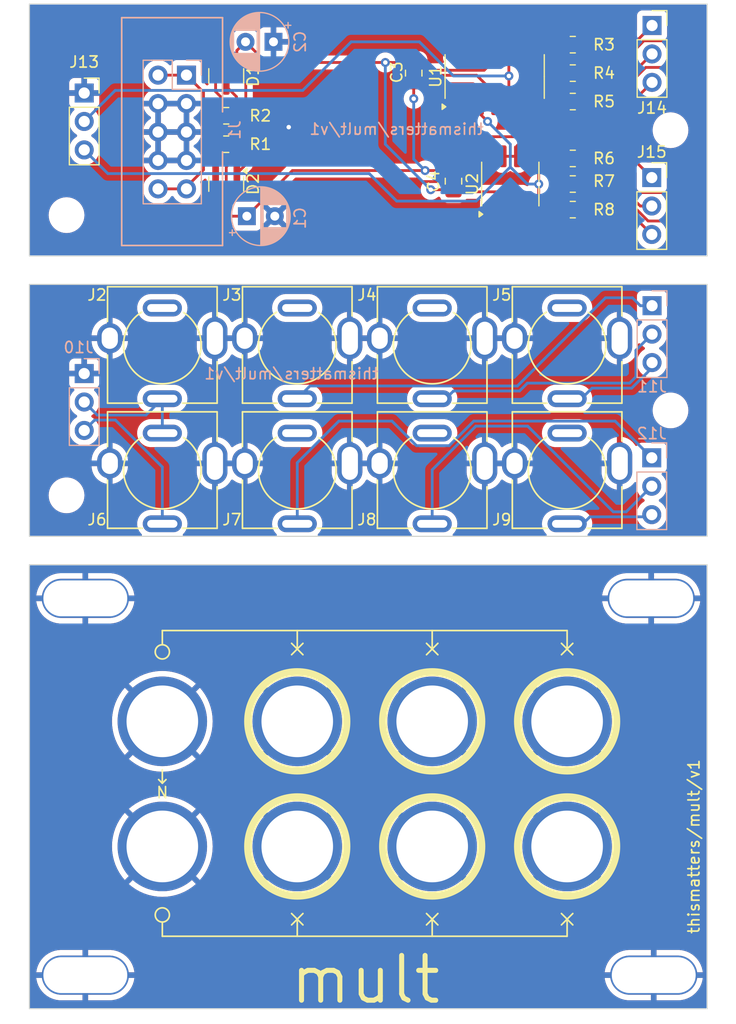
<source format=kicad_pcb>
(kicad_pcb (version 20221018) (generator pcbnew)
  (layers (0 "F.Cu" signal) (31 "B.Cu" signal) (34 "B.Paste" user) (35 "F.Paste" user) (36 "B.SilkS" user "B.Silkscreen") (37 "F.SilkS" user "F.Silkscreen") (38 "B.Mask" user) (39 "F.Mask" user) (44 "Edge.Cuts" user))
  (net 0 "")
  (net 1 "+12V")
  (net 2 "GND")
  (net 3 "-12V")
  (net 4 "Net-(D1-COM)")
  (net 5 "Net-(D2-COM)")
  (net 6 "/FACE")
  (net 7 "Net-(J1-Pin_1)")
  (net 8 "Net-(J1-Pin_10)")
  (net 9 "/IN0")
  (net 11 "/OUT0")
  (net 13 "/OUT1")
  (net 15 "/OUT2")
  (net 17 "/IN1")
  (net 18 "/OUT3")
  (net 20 "/OUT4")
  (net 22 "/OUT5")
  (net 24 "Net-(U1B--)")
  (net 25 "Net-(U1C--)")
  (net 26 "Net-(U1D--)")
  (net 27 "Net-(U2B--)")
  (net 28 "/GND'")
  (net 29 "/IN0'")
  (net 30 "/IN1'")
  (net 31 "/OUT0'")
  (net 32 "/OUT1'")
  (net 33 "/OUT2'")
  (net 34 "/OUT3'")
  (net 35 "/OUT4'")
  (net 36 "/OUT5'")
  (net 37 "Net-(U1A--)")
  (net 38 "Net-(U2A--)")
  (footprint "Resistor_SMD:R_0805_2012Metric" (layer "F.Cu") (at 150.368 84.582)
    (fp_text reference "R8" (at 2.794 0) (layer "F.SilkS"))
    (fp_text value "1K")
    (pad "1" smd roundrect (at -0.9125 0) (size 1.025 1.4) (layers "F.Cu" "F.Paste" "F.Mask") (roundrect_rratio 0.243902) (net 38 "Net-(U2A--)"))
    (pad "2" smd roundrect (at 0.9125 0) (size 1.025 1.4) (layers "F.Cu" "F.Paste" "F.Mask") (roundrect_rratio 0.243902) (net 36 "/OUT5'"))
  )
  (footprint "Resistor_SMD:R_0805_2012Metric" (layer "F.Cu") (at 119.38 76.2 180)
    (fp_text reference "R2" (at -3.048 0) (layer "F.SilkS"))
    (fp_text value "10")
    (pad "1" smd roundrect (at -0.9125 0 180) (size 1.025 1.4) (layers "F.Cu" "F.Paste" "F.Mask") (roundrect_rratio 0.243902) (net 4 "Net-(D1-COM)"))
    (pad "2" smd roundrect (at 0.9125 0 180) (size 1.025 1.4) (layers "F.Cu" "F.Paste" "F.Mask") (roundrect_rratio 0.243902) (net 7 "Net-(J1-Pin_1)"))
  )
  (footprint "Eurorack:AudioJack2_Tayda_A-2566" (layer "F.Cu") (at 125.73 107.844 180)
    (fp_text reference "J7" (at 5.842 -4.424 unlocked) (layer "F.SilkS"))
    (fp_text value "AudioJack2_SwitchT")
    (pad "S" thru_hole oval (at -4.7 0.6 180) (size 2.25 3.75) (drill oval 1.45 2.95) (layers "*.Cu" "*.Mask") (net 28 "/GND'"))
    (pad "S" thru_hole oval (at 4.7 0.6 180) (size 2.25 2.7) (drill oval 1.45 1.9) (layers "*.Cu" "*.Mask") (net 28 "/GND'"))
    (pad "T" thru_hole oval (at 0 -4.8 180) (size 3.5 1.5) (drill oval 2.7 0.7) (layers "*.Cu" "*.Mask") (net 18 "/OUT3"))
    (pad "TN" thru_hole oval (at 0 3.3 180) (size 3.5 1.5) (drill oval 2.7 0.7) (layers "*.Cu" "*.Mask"))
  )
  (footprint "Eurorack:Mech-AudioJack-Hole-Output" (layer "F.Cu") (at 125.73 141.459 180)
    (fp_text reference "H10")
    (fp_text value "out 2" hide)
    (pad "1" thru_hole circle (at 0 0 270) (size 8 8) (drill 6.4) (layers "*.Cu" "*.Mask") (net 6 "/FACE"))
  )
  (footprint "Eurorack:AudioJack2_Tayda_A-2566" (layer "F.Cu") (at 149.86 107.844 180)
    (fp_text reference "J9" (at 5.842 -4.424 unlocked) (layer "F.SilkS"))
    (fp_text value "AudioJack2_SwitchT")
    (pad "S" thru_hole oval (at -4.7 0.6 180) (size 2.25 3.75) (drill oval 1.45 2.95) (layers "*.Cu" "*.Mask") (net 28 "/GND'"))
    (pad "S" thru_hole oval (at 4.7 0.6 180) (size 2.25 2.7) (drill oval 1.45 1.9) (layers "*.Cu" "*.Mask") (net 28 "/GND'"))
    (pad "T" thru_hole oval (at 0 -4.8 180) (size 3.5 1.5) (drill oval 2.7 0.7) (layers "*.Cu" "*.Mask") (net 22 "/OUT5"))
    (pad "TN" thru_hole oval (at 0 3.3 180) (size 3.5 1.5) (drill oval 2.7 0.7) (layers "*.Cu" "*.Mask"))
  )
  (footprint "Connector_PinSocket_2.54mm:PinSocket_1x03_P2.54mm_Vertical" (layer "F.Cu") (at 106.68 74.168)
    (fp_text reference "J13" (at 0 -2.77) (layer "F.SilkS"))
    (fp_text value "Conn_01x03_Socket")
    (pad "1" thru_hole rect (at 0 0) (size 1.7 1.7) (drill 1) (layers "*.Cu" "*.Mask") (net 2 "GND"))
    (pad "2" thru_hole oval (at 0 2.54) (size 1.7 1.7) (drill 1) (layers "*.Cu" "*.Mask") (net 29 "/IN0'"))
    (pad "3" thru_hole oval (at 0 5.08) (size 1.7 1.7) (drill 1) (layers "*.Cu" "*.Mask") (net 30 "/IN1'"))
  )
  (footprint "Capacitor_SMD:C_0805_2012Metric" (layer "F.Cu") (at 139.7 82.042 -90)
    (fp_text reference "C4" (at 0.0115 1.778 90) (layer "F.SilkS"))
    (fp_text value "100n")
    (pad "1" smd roundrect (at -0.95 0 270) (size 1 1.45) (layers "F.Cu" "F.Paste" "F.Mask") (net 1 "+12V"))
    (pad "2" smd roundrect (at 0.95 0 270) (size 1 1.45) (layers "F.Cu" "F.Paste" "F.Mask") (net 3 "-12V"))
  )
  (footprint "Package_SO:SOIC-14_3.9x8.7mm_P1.27mm" (layer "F.Cu") (at 143.383 72.694 90)
    (fp_text reference "U1" (at 0 -5.28 90) (layer "F.SilkS"))
    (fp_text value "TL074")
    (pad "1" smd roundrect (at -2.475 -3.81 90) (size 1.95 0.6) (layers "F.Cu" "F.Paste" "F.Mask") (net 37 "Net-(U1A--)"))
    (pad "2" smd roundrect (at -2.475 -2.54 90) (size 1.95 0.6) (layers "F.Cu" "F.Paste" "F.Mask") (net 37 "Net-(U1A--)"))
    (pad "3" smd roundrect (at -2.475 -1.27 90) (size 1.95 0.6) (layers "F.Cu" "F.Paste" "F.Mask") (net 30 "/IN1'"))
    (pad "4" smd roundrect (at -2.475 0 90) (size 1.95 0.6) (layers "F.Cu" "F.Paste" "F.Mask") (net 1 "+12V"))
    (pad "5" smd roundrect (at -2.475 1.27 90) (size 1.95 0.6) (layers "F.Cu" "F.Paste" "F.Mask") (net 29 "/IN0'"))
    (pad "6" smd roundrect (at -2.475 2.54 90) (size 1.95 0.6) (layers "F.Cu" "F.Paste" "F.Mask") (net 24 "Net-(U1B--)"))
    (pad "7" smd roundrect (at -2.475 3.81 90) (size 1.95 0.6) (layers "F.Cu" "F.Paste" "F.Mask") (net 24 "Net-(U1B--)"))
    (pad "8" smd roundrect (at 2.475 3.81 90) (size 1.95 0.6) (layers "F.Cu" "F.Paste" "F.Mask") (net 25 "Net-(U1C--)"))
    (pad "9" smd roundrect (at 2.475 2.54 90) (size 1.95 0.6) (layers "F.Cu" "F.Paste" "F.Mask") (net 25 "Net-(U1C--)"))
    (pad "10" smd roundrect (at 2.475 1.27 90) (size 1.95 0.6) (layers "F.Cu" "F.Paste" "F.Mask") (net 29 "/IN0'"))
    (pad "11" smd roundrect (at 2.475 0 90) (size 1.95 0.6) (layers "F.Cu" "F.Paste" "F.Mask") (net 3 "-12V"))
    (pad "12" smd roundrect (at 2.475 -1.27 90) (size 1.95 0.6) (layers "F.Cu" "F.Paste" "F.Mask") (net 29 "/IN0'"))
    (pad "13" smd roundrect (at 2.475 -2.54 90) (size 1.95 0.6) (layers "F.Cu" "F.Paste" "F.Mask") (net 26 "Net-(U1D--)"))
    (pad "14" smd roundrect (at 2.475 -3.81 90) (size 1.95 0.6) (layers "F.Cu" "F.Paste" "F.Mask") (net 26 "Net-(U1D--)"))
  )
  (footprint "Resistor_SMD:R_0805_2012Metric" (layer "F.Cu") (at 150.368 82.296)
    (fp_text reference "R7" (at 2.794 -0.254) (layer "F.SilkS"))
    (fp_text value "1K")
    (pad "1" smd roundrect (at -0.9125 0) (size 1.025 1.4) (layers "F.Cu" "F.Paste" "F.Mask") (roundrect_rratio 0.243902) (net 27 "Net-(U2B--)"))
    (pad "2" smd roundrect (at 0.9125 0) (size 1.025 1.4) (layers "F.Cu" "F.Paste" "F.Mask") (roundrect_rratio 0.243902) (net 35 "/OUT4'"))
  )
  (footprint "Eurorack:AudioJack2_Tayda_A-2566" (layer "F.Cu") (at 125.73 96.668 180)
    (fp_text reference "J3" (at 5.842 4.466 unlocked) (layer "F.SilkS"))
    (fp_text value "AudioJack2_SwitchT")
    (pad "S" thru_hole oval (at -4.7 0.6 180) (size 2.25 3.75) (drill oval 1.45 2.95) (layers "*.Cu" "*.Mask") (net 28 "/GND'"))
    (pad "S" thru_hole oval (at 4.7 0.6 180) (size 2.25 2.7) (drill oval 1.45 1.9) (layers "*.Cu" "*.Mask") (net 28 "/GND'"))
    (pad "T" thru_hole oval (at 0 -4.8 180) (size 3.5 1.5) (drill oval 2.7 0.7) (layers "*.Cu" "*.Mask") (net 11 "/OUT0"))
    (pad "TN" thru_hole oval (at 0 3.3 180) (size 3.5 1.5) (drill oval 2.7 0.7) (layers "*.Cu" "*.Mask"))
  )
  (footprint "Package_TO_SOT_SMD:SOT-23" (layer "F.Cu") (at 119.38 82.296 -90)
    (fp_text reference "D2" (at 0 -2.4 90) (layer "F.SilkS"))
    (fp_text value "BAT54S")
    (pad "1" smd roundrect (at -0.9375 -0.95 270) (size 1.475 0.6) (layers "F.Cu" "F.Paste" "F.Mask") (net 3 "-12V"))
    (pad "2" smd roundrect (at -0.9375 0.95 270) (size 1.475 0.6) (layers "F.Cu" "F.Paste" "F.Mask") (net 1 "+12V"))
    (pad "3" smd roundrect (at 0.9375 0 270) (size 1.475 0.6) (layers "F.Cu" "F.Paste" "F.Mask") (net 5 "Net-(D2-COM)"))
  )
  (footprint "Eurorack:AudioJack2_Tayda_A-2566" (layer "F.Cu") (at 137.795 96.668 180)
    (fp_text reference "J4" (at 5.842 4.466 unlocked) (layer "F.SilkS"))
    (fp_text value "AudioJack2_SwitchT")
    (pad "S" thru_hole oval (at -4.7 0.6 180) (size 2.25 3.75) (drill oval 1.45 2.95) (layers "*.Cu" "*.Mask") (net 28 "/GND'"))
    (pad "S" thru_hole oval (at 4.7 0.6 180) (size 2.25 2.7) (drill oval 1.45 1.9) (layers "*.Cu" "*.Mask") (net 28 "/GND'"))
    (pad "T" thru_hole oval (at 0 -4.8 180) (size 3.5 1.5) (drill oval 2.7 0.7) (layers "*.Cu" "*.Mask") (net 13 "/OUT1"))
    (pad "TN" thru_hole oval (at 0 3.3 180) (size 3.5 1.5) (drill oval 2.7 0.7) (layers "*.Cu" "*.Mask"))
  )
  (footprint "Eurorack:Mech-MountingHole" (layer "F.Cu") (at 106.78 119.3)
    (fp_text reference "H1")
    (fp_text value "mount0")
    (pad "1" thru_hole oval (at 0 0 90) (size 3.5 7.8) (drill oval 3.2 7.5) (layers "*.Cu" "*.Mask") (net 6 "/FACE"))
  )
  (footprint "Resistor_SMD:R_0805_2012Metric" (layer "F.Cu") (at 119.38 78.74 180)
    (fp_text reference "R1" (at -3.048 0) (layer "F.SilkS"))
    (fp_text value "10")
    (pad "1" smd roundrect (at -0.9125 0 180) (size 1.025 1.4) (layers "F.Cu" "F.Paste" "F.Mask") (roundrect_rratio 0.243902) (net 5 "Net-(D2-COM)"))
    (pad "2" smd roundrect (at 0.9125 0 180) (size 1.025 1.4) (layers "F.Cu" "F.Paste" "F.Mask") (roundrect_rratio 0.243902) (net 8 "Net-(J1-Pin_10)"))
  )
  (footprint "Package_TO_SOT_SMD:SOT-23" (layer "F.Cu") (at 119.38 72.644 -90)
    (fp_text reference "D1" (at 0 -2.4 90) (layer "F.SilkS"))
    (fp_text value "BAT54S")
    (pad "1" smd roundrect (at -0.9375 -0.95 270) (size 1.475 0.6) (layers "F.Cu" "F.Paste" "F.Mask") (net 3 "-12V"))
    (pad "2" smd roundrect (at -0.9375 0.95 270) (size 1.475 0.6) (layers "F.Cu" "F.Paste" "F.Mask") (net 1 "+12V"))
    (pad "3" smd roundrect (at 0.9375 0 270) (size 1.475 0.6) (layers "F.Cu" "F.Paste" "F.Mask") (net 4 "Net-(D1-COM)"))
  )
  (footprint "Eurorack:Mech-MountingHole" (layer "F.Cu") (at 106.78 152.95)
    (fp_text reference "H4")
    (fp_text value "mount3")
    (pad "1" thru_hole oval (at 0 0 90) (size 3.5 7.8) (drill oval 3.2 7.5) (layers "*.Cu" "*.Mask") (net 6 "/FACE"))
  )
  (footprint "Resistor_SMD:R_0805_2012Metric" (layer "F.Cu") (at 150.368 69.85)
    (fp_text reference "R3" (at 2.794 0) (layer "F.SilkS"))
    (fp_text value "1K")
    (pad "1" smd roundrect (at -0.9125 0) (size 1.025 1.4) (layers "F.Cu" "F.Paste" "F.Mask") (roundrect_rratio 0.243902) (net 26 "Net-(U1D--)"))
    (pad "2" smd roundrect (at 0.9125 0) (size 1.025 1.4) (layers "F.Cu" "F.Paste" "F.Mask") (roundrect_rratio 0.243902) (net 31 "/OUT0'"))
  )
  (footprint "Resistor_SMD:R_0805_2012Metric" (layer "F.Cu") (at 150.368 74.93)
    (fp_text reference "R5" (at 2.794 0) (layer "F.SilkS"))
    (fp_text value "1K")
    (pad "1" smd roundrect (at -0.9125 0) (size 1.025 1.4) (layers "F.Cu" "F.Paste" "F.Mask") (roundrect_rratio 0.243902) (net 24 "Net-(U1B--)"))
    (pad "2" smd roundrect (at 0.9125 0) (size 1.025 1.4) (layers "F.Cu" "F.Paste" "F.Mask") (roundrect_rratio 0.243902) (net 33 "/OUT2'"))
  )
  (footprint "Resistor_SMD:R_0805_2012Metric" (layer "F.Cu") (at 150.368 80.01)
    (fp_text reference "R6" (at 2.794 0) (layer "F.SilkS"))
    (fp_text value "1K")
    (pad "1" smd roundrect (at -0.9125 0) (size 1.025 1.4) (layers "F.Cu" "F.Paste" "F.Mask") (roundrect_rratio 0.243902) (net 37 "Net-(U1A--)"))
    (pad "2" smd roundrect (at 0.9125 0) (size 1.025 1.4) (layers "F.Cu" "F.Paste" "F.Mask") (roundrect_rratio 0.243902) (net 34 "/OUT3'"))
  )
  (footprint "Eurorack:Mech-AudioJack-Hole-Output" (layer "F.Cu") (at 149.86 141.459 180)
    (fp_text reference "H12")
    (fp_text value "out 2" hide)
    (pad "1" thru_hole circle (at 0 0 270) (size 8 8) (drill 6.4) (layers "*.Cu" "*.Mask") (net 6 "/FACE"))
  )
  (footprint "Eurorack:Mech-AudioJack-Hole-Output" (layer "F.Cu") (at 149.86 130.283)
    (fp_text reference "H9")
    (fp_text value "out 1" hide)
    (pad "1" thru_hole circle (at 0 0 90) (size 8 8) (drill 6.4) (layers "*.Cu" "*.Mask") (net 6 "/FACE"))
  )
  (footprint "Eurorack:Mech-AudioJack-Hole" (layer "F.Cu") (at 113.665 141.457)
    (fp_text reference "H6")
    (fp_text value "in 2" hide)
    (pad "1" thru_hole circle (at 0 0 90) (size 8 8) (drill 6.4) (layers "*.Cu" "*.Mask") (net 6 "/FACE"))
  )
  (footprint "Resistor_SMD:R_0805_2012Metric" (layer "F.Cu") (at 150.368 72.39)
    (fp_text reference "R4" (at 2.794 0) (layer "F.SilkS"))
    (fp_text value "1K")
    (pad "1" smd roundrect (at -0.9125 0) (size 1.025 1.4) (layers "F.Cu" "F.Paste" "F.Mask") (roundrect_rratio 0.243902) (net 25 "Net-(U1C--)"))
    (pad "2" smd roundrect (at 0.9125 0) (size 1.025 1.4) (layers "F.Cu" "F.Paste" "F.Mask") (roundrect_rratio 0.243902) (net 32 "/OUT1'"))
  )
  (footprint "Eurorack:Mech-AudioJack-Hole" (layer "F.Cu") (at 113.665 130.283)
    (fp_text reference "H5")
    (fp_text value "in 1" hide)
    (pad "1" thru_hole circle (at 0 0 90) (size 8 8) (drill 6.4) (layers "*.Cu" "*.Mask") (net 6 "/FACE"))
  )
  (footprint "Eurorack:Mech-MountingHole" (layer "F.Cu") (at 157.38 119.3)
    (fp_text reference "H2")
    (fp_text value "mount1")
    (pad "1" thru_hole oval (at 0 0 90) (size 3.5 7.8) (drill oval 3.2 7.5) (layers "*.Cu" "*.Mask") (net 6 "/FACE"))
  )
  (footprint "Eurorack:AudioJack2_Tayda_A-2566" (layer "F.Cu") (at 113.665 96.668 180)
    (fp_text reference "J2" (at 5.842 4.466 unlocked) (layer "F.SilkS"))
    (fp_text value "AudioJack2_SwitchT")
    (pad "S" thru_hole oval (at -4.7 0.6 180) (size 2.25 3.75) (drill oval 1.45 2.95) (layers "*.Cu" "*.Mask") (net 28 "/GND'"))
    (pad "S" thru_hole oval (at 4.7 0.6 180) (size 2.25 2.7) (drill oval 1.45 1.9) (layers "*.Cu" "*.Mask") (net 28 "/GND'"))
    (pad "T" thru_hole oval (at 0 -4.8 180) (size 3.5 1.5) (drill oval 2.7 0.7) (layers "*.Cu" "*.Mask") (net 9 "/IN0"))
    (pad "TN" thru_hole oval (at 0 3.3 180) (size 3.5 1.5) (drill oval 2.7 0.7) (layers "*.Cu" "*.Mask"))
  )
  (footprint "Connector_PinSocket_2.54mm:PinSocket_1x03_P2.54mm_Vertical" (layer "F.Cu") (at 157.4542 68.1378)
    (fp_text reference "J14" (at 0 7.366) (layer "F.SilkS"))
    (fp_text value "Conn_01x03_Socket")
    (pad "1" thru_hole rect (at 0 0) (size 1.7 1.7) (drill 1) (layers "*.Cu" "*.Mask") (net 31 "/OUT0'"))
    (pad "2" thru_hole oval (at 0 2.54) (size 1.7 1.7) (drill 1) (layers "*.Cu" "*.Mask") (net 32 "/OUT1'"))
    (pad "3" thru_hole oval (at 0 5.08) (size 1.7 1.7) (drill 1) (layers "*.Cu" "*.Mask") (net 33 "/OUT2'"))
  )
  (footprint "MountingHole:MountingHole_2.7mm_M2.5" (layer "F.Cu") (at 105.1 85.075)
    (fp_text reference "H14" hide)
    (fp_text value "Standoff")
    (pad "" np_thru_hole circle (at 0 0) (size 2.7 2.7) (drill 2.7) (layers "*.Cu" "*.Mask"))
  )
  (footprint "Eurorack:AudioJack2_Tayda_A-2566" (layer "F.Cu") (at 149.86 96.668 180)
    (fp_text reference "J5" (at 5.842 4.466 unlocked) (layer "F.SilkS"))
    (fp_text value "AudioJack2_SwitchT")
    (pad "S" thru_hole oval (at -4.7 0.6 180) (size 2.25 3.75) (drill oval 1.45 2.95) (layers "*.Cu" "*.Mask") (net 28 "/GND'"))
    (pad "S" thru_hole oval (at 4.7 0.6 180) (size 2.25 2.7) (drill oval 1.45 1.9) (layers "*.Cu" "*.Mask") (net 28 "/GND'"))
    (pad "T" thru_hole oval (at 0 -4.8 180) (size 3.5 1.5) (drill oval 2.7 0.7) (layers "*.Cu" "*.Mask") (net 15 "/OUT2"))
    (pad "TN" thru_hole oval (at 0 3.3 180) (size 3.5 1.5) (drill oval 2.7 0.7) (layers "*.Cu" "*.Mask"))
  )
  (footprint "Eurorack:Mech-AudioJack-Hole-Output" (layer "F.Cu") (at 137.795 141.459 180)
    (fp_text reference "H11")
    (fp_text value "out 2" hide)
    (pad "1" thru_hole circle (at 0 0 270) (size 8 8) (drill 6.4) (layers "*.Cu" "*.Mask") (net 6 "/FACE"))
  )
  (footprint "Eurorack:Mech-AudioJack-Hole-Output" (layer "F.Cu") (at 125.73 130.283)
    (fp_text reference "H7")
    (fp_text value "out 1" hide)
    (pad "1" thru_hole circle (at 0 0 90) (size 8 8) (drill 6.4) (layers "*.Cu" "*.Mask") (net 6 "/FACE"))
  )
  (footprint "Connector_PinSocket_2.54mm:PinSocket_1x03_P2.54mm_Vertical" (layer "F.Cu") (at 157.4292 81.7208)
    (fp_text reference "J15" (at 0 -2.286) (layer "F.SilkS"))
    (fp_text value "Conn_01x03_Socket")
    (pad "1" thru_hole rect (at 0 0) (size 1.7 1.7) (drill 1) (layers "*.Cu" "*.Mask") (net 34 "/OUT3'"))
    (pad "2" thru_hole oval (at 0 2.54) (size 1.7 1.7) (drill 1) (layers "*.Cu" "*.Mask") (net 35 "/OUT4'"))
    (pad "3" thru_hole oval (at 0 5.08) (size 1.7 1.7) (drill 1) (layers "*.Cu" "*.Mask") (net 36 "/OUT5'"))
  )
  (footprint "Eurorack:Mech-AudioJack-Hole-Output" (layer "F.Cu") (at 137.795 130.283)
    (fp_text reference "H8")
    (fp_text value "out 1" hide)
    (pad "1" thru_hole circle (at 0 0 90) (size 8 8) (drill 6.4) (layers "*.Cu" "*.Mask") (net 6 "/FACE"))
  )
  (footprint "Eurorack:Mech-MountingHole" (layer "F.Cu") (at 157.605 152.95)
    (fp_text reference "H3")
    (fp_text value "mount2")
    (pad "1" thru_hole oval (at 0 0 90) (size 3.5 7.8) (drill oval 3.2 7.5) (layers "*.Cu" "*.Mask") (net 6 "/FACE"))
  )
  (footprint "MountingHole:MountingHole_2.7mm_M2.5" (layer "F.Cu") (at 159.1056 102.5144)
    (fp_text reference "H15" hide)
    (fp_text value "Standoff")
    (pad "" np_thru_hole circle (at 0 0) (size 2.7 2.7) (drill 2.7) (layers "*.Cu" "*.Mask"))
  )
  (footprint "Capacitor_SMD:C_0805_2012Metric" (layer "F.Cu") (at 136.144 72.39 90)
    (fp_text reference "C3" (at 0.077 -1.524 90) (layer "F.SilkS"))
    (fp_text value "100n")
    (pad "1" smd roundrect (at -0.95 0 90) (size 1 1.45) (layers "F.Cu" "F.Paste" "F.Mask") (net 1 "+12V"))
    (pad "2" smd roundrect (at 0.95 0 90) (size 1 1.45) (layers "F.Cu" "F.Paste" "F.Mask") (net 3 "-12V"))
  )
  (footprint "Eurorack:AudioJack2_Tayda_A-2566" (layer "F.Cu") (at 113.665 107.842 180)
    (fp_text reference "J6" (at 5.842 -4.426 unlocked) (layer "F.SilkS"))
    (fp_text value "AudioJack2_SwitchT")
    (pad "S" thru_hole oval (at -4.7 0.6 180) (size 2.25 3.75) (drill oval 1.45 2.95) (layers "*.Cu" "*.Mask") (net 28 "/GND'"))
    (pad "S" thru_hole oval (at 4.7 0.6 180) (size 2.25 2.7) (drill oval 1.45 1.9) (layers "*.Cu" "*.Mask") (net 28 "/GND'"))
    (pad "T" thru_hole oval (at 0 -4.8 180) (size 3.5 1.5) (drill oval 2.7 0.7) (layers "*.Cu" "*.Mask") (net 17 "/IN1"))
    (pad "TN" thru_hole oval (at 0 3.3 180) (size 3.5 1.5) (drill oval 2.7 0.7) (layers "*.Cu" "*.Mask") (net 9 "/IN0"))
  )
  (footprint "Eurorack:AudioJack2_Tayda_A-2566" (layer "F.Cu") (at 137.795 107.844 180)
    (fp_text reference "J8" (at 5.842 -4.424 unlocked) (layer "F.SilkS"))
    (fp_text value "AudioJack2_SwitchT")
    (pad "S" thru_hole oval (at -4.7 0.6 180) (size 2.25 3.75) (drill oval 1.45 2.95) (layers "*.Cu" "*.Mask") (net 28 "/GND'"))
    (pad "S" thru_hole oval (at 4.7 0.6 180) (size 2.25 2.7) (drill oval 1.45 1.9) (layers "*.Cu" "*.Mask") (net 28 "/GND'"))
    (pad "T" thru_hole oval (at 0 -4.8 180) (size 3.5 1.5) (drill oval 2.7 0.7) (layers "*.Cu" "*.Mask") (net 20 "/OUT4"))
    (pad "TN" thru_hole oval (at 0 3.3 180) (size 3.5 1.5) (drill oval 2.7 0.7) (layers "*.Cu" "*.Mask"))
  )
  (footprint "Package_SO:SOIC-8_3.9x4.9mm_P1.27mm" (layer "F.Cu") (at 144.78 82.296 90)
    (fp_text reference "U2" (at 0 -3.4 90) (layer "F.SilkS"))
    (fp_text value "TL072")
    (pad "1" smd roundrect (at -2.475 -1.905 90) (size 1.95 0.6) (layers "F.Cu" "F.Paste" "F.Mask") (net 38 "Net-(U2A--)"))
    (pad "2" smd roundrect (at -2.475 -0.635 90) (size 1.95 0.6) (layers "F.Cu" "F.Paste" "F.Mask") (net 38 "Net-(U2A--)"))
    (pad "3" smd roundrect (at -2.475 0.635 90) (size 1.95 0.6) (layers "F.Cu" "F.Paste" "F.Mask") (net 30 "/IN1'"))
    (pad "4" smd roundrect (at -2.475 1.905 90) (size 1.95 0.6) (layers "F.Cu" "F.Paste" "F.Mask") (net 3 "-12V"))
    (pad "5" smd roundrect (at 2.475 1.905 90) (size 1.95 0.6) (layers "F.Cu" "F.Paste" "F.Mask") (net 30 "/IN1'"))
    (pad "6" smd roundrect (at 2.475 0.635 90) (size 1.95 0.6) (layers "F.Cu" "F.Paste" "F.Mask") (net 27 "Net-(U2B--)"))
    (pad "7" smd roundrect (at 2.475 -0.635 90) (size 1.95 0.6) (layers "F.Cu" "F.Paste" "F.Mask") (net 27 "Net-(U2B--)"))
    (pad "8" smd roundrect (at 2.475 -1.905 90) (size 1.95 0.6) (layers "F.Cu" "F.Paste" "F.Mask") (net 1 "+12V"))
  )
  (footprint "MountingHole:MountingHole_2.7mm_M2.5" (layer "F.Cu") (at 105.1 110.1)
    (fp_text reference "H16" hide)
    (fp_text value "Standoff")
    (pad "" np_thru_hole circle (at 0 0) (size 2.7 2.7) (drill 2.7) (layers "*.Cu" "*.Mask"))
  )
  (footprint "Eurorack:PinHeader_2x05_P2.54mm_Vertical" (layer "B.Cu") (at 115.824 72.57 180)
    (fp_text reference "J1" (at -4.318 -4.9 90) (layer "B.SilkS") (effects (justify mirror)))
    (fp_text value "Conn_02x05_Odd_Even")
    (pad "1" thru_hole rect (at 0 0 180) (size 1.7 1.7) (drill 1) (layers "*.Cu" "*.Mask") (net 7 "Net-(J1-Pin_1)"))
    (pad "2" thru_hole oval (at 2.54 0 180) (size 1.7 1.7) (drill 1) (layers "*.Cu" "*.Mask") (net 7 "Net-(J1-Pin_1)"))
    (pad "3" thru_hole oval (at 0 -2.54 180) (size 1.7 1.7) (drill 1) (layers "*.Cu" "*.Mask") (net 2 "GND"))
    (pad "4" thru_hole oval (at 2.54 -2.54 180) (size 1.7 1.7) (drill 1) (layers "*.Cu" "*.Mask") (net 2 "GND"))
    (pad "5" thru_hole oval (at 0 -5.08 180) (size 1.7 1.7) (drill 1) (layers "*.Cu" "*.Mask") (net 2 "GND"))
    (pad "6" thru_hole oval (at 2.54 -5.08 180) (size 1.7 1.7) (drill 1) (layers "*.Cu" "*.Mask") (net 2 "GND"))
    (pad "7" thru_hole oval (at 0 -7.62 180) (size 1.7 1.7) (drill 1) (layers "*.Cu" "*.Mask") (net 2 "GND"))
    (pad "8" thru_hole oval (at 2.54 -7.62 180) (size 1.7 1.7) (drill 1) (layers "*.Cu" "*.Mask") (net 2 "GND"))
    (pad "9" thru_hole oval (at 0 -10.16 180) (size 1.7 1.7) (drill 1) (layers "*.Cu" "*.Mask") (net 8 "Net-(J1-Pin_10)"))
    (pad "10" thru_hole oval (at 2.54 -10.16 180) (size 1.7 1.7) (drill 1) (layers "*.Cu" "*.Mask") (net 8 "Net-(J1-Pin_10)"))
  )
  (footprint "Connector_PinHeader_2.54mm:PinHeader_1x03_P2.54mm_Vertical" (layer "B.Cu") (at 106.68 99.223 180)
    (fp_text reference "J10" (at 0.508 2.33) (layer "B.SilkS") (effects (justify mirror)))
    (fp_text value "Conn_01x03_Pin")
    (pad "1" thru_hole rect (at 0 0 180) (size 1.7 1.7) (drill 1) (layers "*.Cu" "*.Mask") (net 28 "/GND'"))
    (pad "2" thru_hole oval (at 0 -2.54 180) (size 1.7 1.7) (drill 1) (layers "*.Cu" "*.Mask") (net 9 "/IN0"))
    (pad "3" thru_hole oval (at 0 -5.08 180) (size 1.7 1.7) (drill 1) (layers "*.Cu" "*.Mask") (net 17 "/IN1"))
  )
  (footprint "MountingHole:MountingHole_2.7mm_M2.5" (layer "B.Cu") (at 159.1056 77.4894 180)
    (fp_text reference "H13" hide)
    (fp_text value "Standoff")
    (pad "" np_thru_hole circle (at 0 0 180) (size 2.7 2.7) (drill 2.7) (layers "*.Cu" "*.Mask"))
  )
  (footprint "Capacitor_THT:CP_Radial_D5.0mm_P2.50mm" (layer "B.Cu") (at 121.222888 85.167012)
    (fp_text reference "C1" (at 4.761112 0.176988 90) (layer "B.SilkS") (effects (justify mirror)))
    (fp_text value "22u 50V")
    (pad "1" thru_hole rect (at 0 0) (size 1.6 1.6) (drill 0.8) (layers "*.Cu" "*.Mask") (net 1 "+12V"))
    (pad "2" thru_hole circle (at 2.5 0) (size 1.6 1.6) (drill 0.8) (layers "*.Cu" "*.Mask") (net 2 "GND"))
  )
  (footprint "Capacitor_THT:CP_Radial_D5.0mm_P2.50mm" (layer "B.Cu") (at 123.605113 69.596 180)
    (fp_text reference "C2" (at -2.378887 0 270) (layer "B.SilkS") (effects (justify mirror)))
    (fp_text value "22u 50V")
    (pad "1" thru_hole rect (at 0 0 180) (size 1.6 1.6) (drill 0.8) (layers "*.Cu" "*.Mask") (net 2 "GND"))
    (pad "2" thru_hole circle (at 2.5 0 180) (size 1.6 1.6) (drill 0.8) (layers "*.Cu" "*.Mask") (net 3 "-12V"))
  )
  (footprint "Connector_PinHeader_2.54mm:PinHeader_1x03_P2.54mm_Vertical" (layer "B.Cu") (at 157.4292 106.7458 180)
    (fp_text reference "J12" (at 0 2.165) (layer "B.SilkS") (effects (justify mirror)))
    (fp_text value "Conn_01x03_Pin")
    (pad "1" thru_hole rect (at 0 0 180) (size 1.7 1.7) (drill 1) (layers "*.Cu" "*.Mask") (net 18 "/OUT3"))
    (pad "2" thru_hole oval (at 0 -2.54 180) (size 1.7 1.7) (drill 1) (layers "*.Cu" "*.Mask") (net 20 "/OUT4"))
    (pad "3" thru_hole oval (at 0 -5.08 180) (size 1.7 1.7) (drill 1) (layers "*.Cu" "*.Mask") (net 22 "/OUT5"))
  )
  (footprint "Connector_PinHeader_2.54mm:PinHeader_1x03_P2.54mm_Vertical" (layer "B.Cu") (at 157.4542 93.1628 180)
    (fp_text reference "J11" (at 0 -7.233) (layer "B.SilkS") (effects (justify mirror)))
    (fp_text value "Conn_01x03_Pin")
    (pad "1" thru_hole rect (at 0 0 180) (size 1.7 1.7) (drill 1) (layers "*.Cu" "*.Mask") (net 11 "/OUT0"))
    (pad "2" thru_hole oval (at 0 -2.54 180) (size 1.7 1.7) (drill 1) (layers "*.Cu" "*.Mask") (net 13 "/OUT1"))
    (pad "3" thru_hole oval (at 0 -5.08 180) (size 1.7 1.7) (drill 1) (layers "*.Cu" "*.Mask") (net 15 "/OUT2"))
  )
  (gr_line (start 125.73 123.825) (end 125.73 122.174) (stroke (width 0.15)) (layer "F.SilkS"))
  (gr_line (start 149.86 123.825) (end 149.86 122.174) (stroke (width 0.15)) (layer "F.SilkS"))
  (gr_line (start 149.352 123.317) (end 150.368 124.333) (stroke (width 0.15)) (layer "F.SilkS"))
  (gr_line (start 149.86 149.479) (end 113.665 149.479) (stroke (width 0.15)) (layer "F.SilkS"))
  (gr_line (start 113.665 135.8138) (end 113.9952 135.4836) (stroke (width 0.15)) (layer "F.SilkS"))
  (gr_line (start 125.222 147.447) (end 126.238 148.463) (stroke (width 0.15)) (layer "F.SilkS"))
  (gr_circle (center 113.665 124.079) (end 114.3 124.079) (stroke (width 0.15)) (fill none) (layer "F.SilkS"))
  (gr_line (start 150.368 147.447) (end 149.352 148.463) (stroke (width 0.15)) (layer "F.SilkS"))
  (gr_line (start 113.665 149.479) (end 113.665 148.209) (stroke (width 0.15)) (layer "F.SilkS"))
  (gr_line (start 113.665 134.62) (end 113.665 135.8138) (stroke (width 0.15)) (layer "F.SilkS"))
  (gr_line (start 149.352 147.447) (end 150.368 148.463) (stroke (width 0.15)) (layer "F.SilkS"))
  (gr_line (start 138.303 123.317) (end 137.287 124.333) (stroke (width 0.15)) (layer "F.SilkS"))
  (gr_line (start 137.287 123.317) (end 138.303 124.333) (stroke (width 0.15)) (layer "F.SilkS"))
  (gr_line (start 137.287 147.447) (end 138.303 148.463) (stroke (width 0.15)) (layer "F.SilkS"))
  (gr_circle (center 113.665 147.574) (end 114.3 147.574) (stroke (width 0.15)) (fill none) (layer "F.SilkS"))
  (gr_line (start 113.665 135.8138) (end 113.3348 135.4836) (stroke (width 0.15)) (layer "F.SilkS"))
  (gr_line (start 125.73 149.479) (end 125.73 147.955) (stroke (width 0.15)) (layer "F.SilkS"))
  (gr_line (start 150.368 123.317) (end 149.352 124.333) (stroke (width 0.15)) (layer "F.SilkS"))
  (gr_line (start 137.795 122.174) (end 137.795 123.825) (stroke (width 0.15)) (layer "F.SilkS"))
  (gr_line (start 126.238 147.447) (end 125.222 148.463) (stroke (width 0.15)) (layer "F.SilkS"))
  (gr_line (start 113.665 122.174) (end 113.665 123.444) (stroke (width 0.15)) (layer "F.SilkS"))
  (gr_line (start 125.222 123.317) (end 126.238 124.333) (stroke (width 0.15)) (layer "F.SilkS"))
  (gr_line (start 137.795 149.479) (end 137.795 147.955) (stroke (width 0.15)) (layer "F.SilkS"))
  (gr_line (start 126.238 123.317) (end 125.222 124.333) (stroke (width 0.15)) (layer "F.SilkS"))
  (gr_line (start 138.303 147.447) (end 137.287 148.463) (stroke (width 0.15)) (layer "F.SilkS"))
  (gr_line (start 149.86 122.174) (end 113.665 122.174) (stroke (width 0.15)) (layer "F.SilkS"))
  (gr_line (start 149.86 149.479) (end 149.86 147.955) (stroke (width 0.15)) (layer "F.SilkS"))
  (gr_rect (start 101.78 91.26) (end 162.38 113.76) (stroke (width 0.1)) (fill none) (layer "Edge.Cuts"))
  (gr_rect (start 101.78 116.3) (end 162.38 155.95) (stroke (width 0.1)) (fill none) (layer "Edge.Cuts"))
  (gr_rect (start 101.78 66.22) (end 162.38 88.72) (stroke (width 0.1)) (fill none) (layer "Edge.Cuts"))
  (gr_text "thismatters/mult/v1" (at 133.096 99.822) (layer "B.SilkS") (effects (font (size 1 1)) (justify left bottom mirror)))
  (gr_text "thismatters/mult/v1" (at 142.494 77.978) (layer "B.SilkS") (effects (font (size 1 1)) (justify left bottom mirror)))
  (gr_text "N" (at 113.665 136.652) (layer "F.SilkS") (effects (font (size 1 1))))
  (gr_text "thismatters/mult/v1" (at 161.783 149.352 90) (layer "F.SilkS") (effects (font (size 1 1)) (justify left bottom)))
  (gr_text "mult" (at 131.826 155.702) (layer "F.SilkS") (effects (font (size 4 4) (thickness 0.45)) (justify bottom)))
  (segment (start 143.383 74.194001) (end 143.383 75.169) (width 0.25) (layer "F.Cu") (net 1))
  (segment (start 118.43 83.696908) (end 119.900104 85.167012) (width 0.25) (layer "F.Cu") (net 1))
  (segment (start 118.43 81.3585) (end 118.43 80.581488) (width 0.25) (layer "F.Cu") (net 1))
  (segment (start 136.898 72.586) (end 141.774999 72.586) (width 0.25) (layer "F.Cu") (net 1))
  (segment (start 136.144 73.34) (end 136.898 72.586) (width 0.25) (layer "F.Cu") (net 1))
  (segment (start 136.144 74.676) (end 136.144 73.34) (width 0.25) (layer "F.Cu") (net 1))
  (segment (start 118.43 74.044908) (end 118.43 71.7065) (width 0.25) (layer "F.Cu") (net 1))
  (segment (start 119.900104 85.167012) (end 121.222888 85.167012) (width 0.25) (layer "F.Cu") (net 1))
  (segment (start 118.43 80.581488) (end 119.305 79.706488) (width 0.25) (layer "F.Cu") (net 1))
  (segment (start 139.7 81.092) (end 141.604 81.092) (width 0.25) (layer "F.Cu") (net 1))
  (segment (start 119.305 74.919908) (end 118.43 74.044908) (width 0.25) (layer "F.Cu") (net 1))
  (segment (start 121.222888 85.167012) (end 125.2979 81.092) (width 0.25) (layer "F.Cu") (net 1))
  (segment (start 141.604 81.092) (end 142.875 79.821) (width 0.25) (layer "F.Cu") (net 1))
  (segment (start 118.43 81.3585) (end 118.43 83.696908) (width 0.25) (layer "F.Cu") (net 1))
  (segment (start 119.305 79.706488) (end 119.305 74.919908) (width 0.25) (layer "F.Cu") (net 1))
  (segment (start 141.774999 72.586) (end 143.383 74.194001) (width 0.25) (layer "F.Cu") (net 1))
  (segment (start 125.2979 81.092) (end 139.7 81.092) (width 0.25) (layer "F.Cu") (net 1))
  (via (at 136.144 74.676) (size 0.8) (drill 0.4) (layers "F.Cu" "B.Cu") (net 1))
  (via (at 137.16 81.092) (size 0.8) (drill 0.4) (layers "F.Cu" "B.Cu") (net 1))
  (segment (start 136.144 80.076) (end 136.144 74.676) (width 0.25) (layer "B.Cu") (net 1))
  (segment (start 137.16 81.092) (end 136.144 80.076) (width 0.25) (layer "B.Cu") (net 1))
  (segment (start 147.32 73.66) (end 146.558 72.898) (width 0.25) (layer "F.Cu") (net 2))
  (segment (start 157.104699 85.598) (end 155.326699 83.82) (width 0.25) (layer "F.Cu") (net 2))
  (segment (start 158.801 88.595) (end 159.004 88.392) (width 0.25) (layer "F.Cu") (net 2))
  (segment (start 158.75 85.598) (end 157.104699 85.598) (width 0.25) (layer "F.Cu") (net 2))
  (segment (start 156.21 83.058) (end 155.448 82.296) (width 0.25) (layer "F.Cu") (net 2))
  (segment (start 136.361 82.079) (end 144.489 82.079) (width 0.25) (layer "F.Cu") (net 2))
  (segment (start 155.326699 83.82) (end 154.178 83.82) (width 0.25) (layer "F.Cu") (net 2))
  (segment (start 159.512 72.136) (end 159.512 70.104) (width 0.25) (layer "F.Cu") (net 2))
  (segment (start 158.9108 69.5028) (end 156.725596 69.5028) (width 0.25) (layer "F.Cu") (net 2))
  (segment (start 152.908 73.406) (end 152.654 73.66) (width 0.25) (layer "F.Cu") (net 2))
  (segment (start 126.5939 82.296) (end 136.144 82.296) (width 0.25) (layer "F.Cu") (net 2))
  (segment (start 159.639 72.263) (end 159.512 72.136) (width 0.25) (layer "F.Cu") (net 2))
  (segment (start 161.29 80.01) (end 161.29 73.152) (width 0.25) (layer "F.Cu") (net 2))
  (segment (start 155.362396 70.866) (end 153.416 70.866) (width 0.25) (layer "F.Cu") (net 2))
  (segment (start 161.29 73.152) (end 160.528 73.152) (width 0.25) (layer "F.Cu") (net 2))
  (segment (start 123.722888 85.167012) (end 126.693876 88.138) (width 0.25) (layer "F.Cu") (net 2))
  (segment (start 156.413 88.595) (end 158.801 88.595) (width 0.25) (layer "F.Cu") (net 2))
  (segment (start 159.258 82.042) (end 161.29 80.01) (width 0.25) (layer "F.Cu") (net 2))
  (segment (start 136.144 82.296) (end 136.361 82.079) (width 0.25) (layer "F.Cu") (net 2))
  (segment (start 152.654 73.66) (end 147.32 73.66) (width 0.25) (layer "F.Cu") (net 2))
  (segment (start 160.528 73.152) (end 159.639 72.263) (width 0.25) (layer "F.Cu") (net 2))
  (segment (start 123.722888 85.167012) (end 126.5939 82.296) (width 0.25) (layer "F.Cu") (net 2))
  (segment (start 126.693876 88.138) (end 155.956 88.138) (width 0.25) (layer "F.Cu") (net 2))
  (segment (start 159.258 71.882) (end 156.886396 71.882) (width 0.25) (layer "F.Cu") (net 2))
  (segment (start 159.258 83.566) (end 159.258 82.042) (width 0.25) (layer "F.Cu") (net 2))
  (segment (start 159.004 88.138) (end 159.258 87.884) (width 0.25) (layer "F.Cu") (net 2))
  (segment (start 159.258 87.884) (end 159.258 86.106) (width 0.25) (layer "F.Cu") (net 2))
  (segment (start 156.725596 69.5028) (end 155.362396 70.866) (width 0.25) (layer "F.Cu") (net 2))
  (segment (start 123.722888 85.167012) (end 125.931876 87.376) (width 0.25) (layer "F.Cu") (net 2))
  (segment (start 159.512 70.104) (end 158.9108 69.5028) (width 0.25) (layer "F.Cu") (net 2))
  (segment (start 155.362396 73.406) (end 152.908 73.406) (width 0.25) (layer "F.Cu") (net 2))
  (segment (start 159.258 86.106) (end 159.258 83.566) (width 0.25) (layer "F.Cu") (net 2))
  (segment (start 155.956 88.138) (end 156.413 88.595) (width 0.25) (layer "F.Cu") (net 2))
  (segment (start 158.75 83.058) (end 156.21 83.058) (width 0.25) (layer "F.Cu") (net 2))
  (segment (start 159.258 83.566) (end 158.75 83.058) (width 0.25) (layer "F.Cu") (net 2))
  (segment (start 159.258 86.106) (end 158.75 85.598) (width 0.25) (layer "F.Cu") (net 2))
  (segment (start 159.004 88.392) (end 159.004 88.138) (width 0.25) (layer "F.Cu") (net 2))
  (segment (start 159.639 72.263) (end 159.258 71.882) (width 0.25) (layer "F.Cu") (net 2))
  (segment (start 156.886396 71.882) (end 155.362396 73.406) (width 0.25) (layer "F.Cu") (net 2))
  (via (at 124.968 77.216) (size 0.8) (drill 0.4) (layers "F.Cu" "B.Cu") (net 2))
  (segment (start 115.824 77.65) (end 124.534 77.65) (width 0.25) (layer "B.Cu") (net 2))
  (segment (start 124.534 77.65) (end 124.968 77.216) (width 0.25) (layer "B.Cu") (net 2))
  (segment (start 145.880999 82.992) (end 146.685 83.796001) (width 0.25) (layer "F.Cu") (net 3))
  (segment (start 121.105113 69.596) (end 122.949113 71.44) (width 0.25) (layer "F.Cu") (net 3))
  (segment (start 133.604 71.44) (end 134.112 71.44) (width 0.25) (layer "F.Cu") (net 3))
  (segment (start 122.949113 71.44) (end 133.604 71.44) (width 0.25) (layer "F.Cu") (net 3))
  (segment (start 120.33 71.7065) (end 120.33 70.371113) (width 0.25) (layer "F.Cu") (net 3))
  (segment (start 139.512 82.804) (end 139.7 82.992) (width 0.25) (layer "F.Cu") (net 3))
  (segment (start 120.33 70.371113) (end 121.105113 69.596) (width 0.25) (layer "F.Cu") (net 3))
  (segment (start 120.33 81.3585) (end 121.13 80.5585) (width 0.25) (layer "F.Cu") (net 3))
  (segment (start 121.13 80.5585) (end 121.13 72.5065) (width 0.25) (layer "F.Cu") (net 3))
  (segment (start 146.685 83.796001) (end 146.685 84.771) (width 0.25) (layer "F.Cu") (net 3))
  (segment (start 137.668 82.804) (end 139.512 82.804) (width 0.25) (layer "F.Cu") (net 3))
  (segment (start 142.440998 72.136) (end 143.383 71.193999) (width 0.25) (layer "F.Cu") (net 3))
  (segment (start 121.13 72.5065) (end 120.33 71.7065) (width 0.25) (layer "F.Cu") (net 3))
  (segment (start 134.112 71.44) (end 136.144 71.44) (width 0.25) (layer "F.Cu") (net 3))
  (segment (start 143.383 71.193999) (end 143.383 70.219) (width 0.25) (layer "F.Cu") (net 3))
  (segment (start 136.84 72.136) (end 142.440998 72.136) (width 0.25) (layer "F.Cu") (net 3))
  (segment (start 139.7 82.992) (end 145.880999 82.992) (width 0.25) (layer "F.Cu") (net 3))
  (segment (start 136.144 71.44) (end 136.84 72.136) (width 0.25) (layer "F.Cu") (net 3))
  (via (at 137.668 82.804) (size 0.8) (drill 0.4) (layers "F.Cu" "B.Cu") (net 3))
  (via (at 133.604 71.44) (size 0.8) (drill 0.4) (layers "F.Cu" "B.Cu") (net 3))
  (segment (start 133.604 78.74) (end 137.668 82.804) (width 0.25) (layer "B.Cu") (net 3))
  (segment (start 133.604 71.44) (end 133.604 78.74) (width 0.25) (layer "B.Cu") (net 3))
  (segment (start 120.2925 76.2) (end 120.2925 74.494) (width 0.25) (layer "F.Cu") (net 4))
  (segment (start 120.2925 74.494) (end 119.38 73.5815) (width 0.25) (layer "F.Cu") (net 4))
  (segment (start 119.38 83.2335) (end 119.38 80.772) (width 0.25) (layer "F.Cu") (net 5))
  (segment (start 120.2925 79.8595) (end 120.2925 78.74) (width 0.25) (layer "F.Cu") (net 5))
  (segment (start 119.38 80.772) (end 120.2925 79.8595) (width 0.25) (layer "F.Cu") (net 5))
  (segment (start 118.4675 76.2) (end 117.348 75.0805) (width 0.25) (layer "F.Cu") (net 7))
  (segment (start 117.348 74.094) (end 115.824 72.57) (width 0.25) (layer "F.Cu") (net 7))
  (segment (start 113.284 72.57) (end 115.824 72.57) (width 0.25) (layer "F.Cu") (net 7))
  (segment (start 117.348 75.0805) (end 117.348 74.094) (width 0.25) (layer "F.Cu") (net 7))
  (segment (start 117.348 79.248) (end 117.856 78.74) (width 0.25) (layer "F.Cu") (net 8))
  (segment (start 113.284 82.73) (end 115.824 82.73) (width 0.25) (layer "F.Cu") (net 8))
  (segment (start 115.824 82.551092) (end 117.348 81.027092) (width 0.25) (layer "F.Cu") (net 8))
  (segment (start 117.348 81.027092) (end 117.348 79.248) (width 0.25) (layer "F.Cu") (net 8))
  (segment (start 117.856 78.74) (end 118.4675 78.74) (width 0.25) (layer "F.Cu") (net 8))
  (segment (start 112.21 102.923) (end 113.665 101.468) (width 0.25) (layer "B.Cu") (net 9))
  (segment (start 106.68 101.763) (end 107.845 102.928) (width 0.25) (layer "B.Cu") (net 9))
  (segment (start 112.21 102.928) (end 112.21 102.923) (width 0.25) (layer "B.Cu") (net 9))
  (segment (start 113.665 101.468) (end 113.665 104.542) (width 0.25) (layer "B.Cu") (net 9))
  (segment (start 107.845 102.928) (end 112.21 102.928) (width 0.25) (layer "B.Cu") (net 9))
  (segment (start 156.4088 93.1628) (end 155.702 92.456) (width 0.25) (layer "B.Cu") (net 11))
  (segment (start 145.41828 100.33) (end 153.29228 92.456) (width 0.25) (layer "B.Cu") (net 11))
  (segment (start 126.868 100.33) (end 145.41828 100.33) (width 0.25) (layer "B.Cu") (net 11))
  (segment (start 157.4542 93.1628) (end 156.4088 93.1628) (width 0.25) (layer "B.Cu") (net 11))
  (segment (start 125.73 101.468) (end 126.868 100.33) (width 0.25) (layer "B.Cu") (net 11))
  (segment (start 153.29228 92.456) (end 155.702 92.456) (width 0.25) (layer "B.Cu") (net 11))
  (segment (start 146.308676 100.076) (end 155.448 100.076) (width 0.25) (layer "B.Cu") (net 13))
  (segment (start 139.012 101.468) (end 139.7 100.78) (width 0.25) (layer "B.Cu") (net 13))
  (segment (start 156.01 97.147) (end 157.4542 95.7028) (width 0.25) (layer "B.Cu") (net 13))
  (segment (start 155.448 100.076) (end 156.01 99.514) (width 0.25) (layer "B.Cu") (net 13))
  (segment (start 145.604676 100.78) (end 146.308676 100.076) (width 0.25) (layer "B.Cu") (net 13))
  (segment (start 156.01 99.514) (end 156.01 97.147) (width 0.25) (layer "B.Cu") (net 13))
  (segment (start 139.7 100.78) (end 145.604676 100.78) (width 0.25) (layer "B.Cu") (net 13))
  (segment (start 152.088 100.526) (end 151.146 101.468) (width 0.25) (layer "B.Cu") (net 15))
  (segment (start 155.634396 100.526) (end 157.4542 98.706196) (width 0.25) (layer "B.Cu") (net 15))
  (segment (start 155.634396 100.526) (end 152.088 100.526) (width 0.25) (layer "B.Cu") (net 15))
  (segment (start 113.665 107.569) (end 113.665 112.642) (width 0.25) (layer "B.Cu") (net 17))
  (segment (start 109.474 103.378) (end 113.665 107.569) (width 0.25) (layer "B.Cu") (net 17))
  (segment (start 107.605 103.378) (end 109.474 103.378) (width 0.25) (layer "B.Cu") (net 17))
  (segment (start 106.68 104.303) (end 107.605 103.378) (width 0.25) (layer "B.Cu") (net 17))
  (segment (start 125.73 107.188) (end 125.73 112.644) (width 0.25) (layer "B.Cu") (net 18))
  (segment (start 141.512604 103.469) (end 139.317604 105.664) (width 0.25) (layer "B.Cu") (net 18))
  (segment (start 139.317604 105.664) (end 136.39472 105.664) (width 0.25) (layer "B.Cu") (net 18))
  (segment (start 136.39472 105.664) (end 134.19972 103.469) (width 0.25) (layer "B.Cu") (net 18))
  (segment (start 154.1524 103.469) (end 157.4292 106.7458) (width 0.25) (layer "B.Cu") (net 18))
  (segment (start 129.449 103.469) (end 125.73 107.188) (width 0.25) (layer "B.Cu") (net 18))
  (segment (start 141.512604 103.469) (end 154.1524 103.469) (width 0.25) (layer "B.Cu") (net 18))
  (segment (start 134.19972 103.469) (end 129.449 103.469) (width 0.25) (layer "B.Cu") (net 18))
  (segment (start 137.795 112.644) (end 137.795 107.823) (width 0.25) (layer "B.Cu") (net 20))
  (segment (start 146.337 103.919) (end 153.987 111.569) (width 0.25) (layer "B.Cu") (net 20))
  (segment (start 141.699 103.919) (end 146.337 103.919) (width 0.25) (layer "B.Cu") (net 20))
  (segment (start 137.795 107.823) (end 141.699 103.919) (width 0.25) (layer "B.Cu") (net 20))
  (segment (start 157.4292 109.2858) (end 155.146 111.569) (width 0.25) (layer "B.Cu") (net 20))
  (segment (start 153.987 111.569) (end 155.146 111.569) (width 0.25) (layer "B.Cu") (net 20))
  (segment (start 151.897 112.019) (end 151.272 112.644) (width 0.25) (layer "B.Cu") (net 22))
  (segment (start 151.897 112.019) (end 157.236 112.019) (width 0.25) (layer "B.Cu") (net 22))
  (segment (start 145.923 75.169) (end 147.193 75.169) (width 0.25) (layer "F.Cu") (net 24))
  (segment (start 147.193 75.169) (end 149.2165 75.169) (width 0.25) (layer "F.Cu") (net 24))
  (segment (start 147.193 70.219) (end 149.364 72.39) (width 0.25) (layer "F.Cu") (net 25))
  (segment (start 145.923 70.219) (end 147.193 70.219) (width 0.25) (layer "F.Cu") (net 25))
  (segment (start 149.364 72.39) (end 149.4555 72.39) (width 0.25) (layer "F.Cu") (net 25))
  (segment (start 140.843 70.219) (end 140.843 69.244001) (width 0.25) (layer "F.Cu") (net 26))
  (segment (start 140.843 69.244001) (end 141.618001 68.469) (width 0.25) (layer "F.Cu") (net 26))
  (segment (start 141.618001 68.469) (end 148.0745 68.469) (width 0.25) (layer "F.Cu") (net 26))
  (segment (start 139.573 70.219) (end 140.843 70.219) (width 0.25) (layer "F.Cu") (net 26))
  (segment (start 148.0745 68.469) (end 149.4555 69.85) (width 0.25) (layer "F.Cu") (net 26))
  (segment (start 144.145 79.821) (end 145.415 79.821) (width 0.25) (layer "F.Cu") (net 27))
  (segment (start 147.828 79.248) (end 147.828 80.6685) (width 0.25) (layer "F.Cu") (net 27))
  (segment (start 145.740001 78.521) (end 147.101 78.521) (width 0.25) (layer "F.Cu") (net 27))
  (segment (start 147.101 78.521) (end 147.828 79.248) (width 0.25) (layer "F.Cu") (net 27))
  (segment (start 147.828 80.6685) (end 149.4555 82.296) (width 0.25) (layer "F.Cu") (net 27))
  (segment (start 145.415 78.846001) (end 145.740001 78.521) (width 0.25) (layer "F.Cu") (net 27))
  (segment (start 145.415 79.821) (end 145.415 78.846001) (width 0.25) (layer "F.Cu") (net 27))
  (segment (start 144.653 70.219) (end 144.653 72.009) (width 0.25) (layer "F.Cu") (net 29))
  (segment (start 142.438001 68.919) (end 144.327999 68.919) (width 0.25) (layer "F.Cu") (net 29))
  (segment (start 144.653 72.644) (end 144.653 75.169) (width 0.25) (layer "F.Cu") (net 29))
  (segment (start 144.327999 68.919) (end 144.653 69.244001) (width 0.25) (layer "F.Cu") (net 29))
  (segment (start 144.653 69.244001) (end 144.653 70.219) (width 0.25) (layer "F.Cu") (net 29))
  (segment (start 144.653 72.009) (end 144.653 72.644) (width 0.25) (layer "F.Cu") (net 29))
  (segment (start 142.113 69.244001) (end 142.438001 68.919) (width 0.25) (layer "F.Cu") (net 29))
  (segment (start 142.113 70.219) (end 142.113 69.244001) (width 0.25) (layer "F.Cu") (net 29))
  (via (at 144.653 72.644) (size 0.8) (drill 0.4) (layers "F.Cu" "B.Cu") (net 29))
  (segment (start 109.453 73.935) (end 126.217 73.935) (width 0.25) (layer "B.Cu") (net 29))
  (segment (start 126.217 73.935) (end 130.556 69.596) (width 0.25) (layer "B.Cu") (net 29))
  (segment (start 139.7 72.644) (end 144.653 72.644) (width 0.25) (layer "B.Cu") (net 29))
  (segment (start 130.556 69.596) (end 136.652 69.596) (width 0.25) (layer "B.Cu") (net 29))
  (segment (start 136.652 69.596) (end 139.7 72.644) (width 0.25) (layer "B.Cu") (net 29))
  (segment (start 106.68 76.708) (end 109.453 73.935) (width 0.25) (layer "B.Cu") (net 29))
  (segment (start 147.035908 86.071) (end 146.015 86.071) (width 0.25) (layer "F.Cu") (net 30))
  (segment (start 146.685 79.821) (end 147.32 80.456) (width 0.25) (layer "F.Cu") (net 30))
  (segment (start 142.113 76.073) (end 142.748 76.708) (width 0.25) (layer "F.Cu") (net 30))
  (segment (start 146.015 86.071) (end 145.415 85.471) (width 0.25) (layer "F.Cu") (net 30))
  (segment (start 145.415 84.771) (end 145.415 83.796001) (width 0.25) (layer "F.Cu") (net 30))
  (segment (start 145.415 85.471) (end 145.415 84.771) (width 0.25) (layer "F.Cu") (net 30))
  (segment (start 147.32 82.296) (end 147.32 85.786908) (width 0.25) (layer "F.Cu") (net 30))
  (segment (start 147.32 85.786908) (end 147.035908 86.071) (width 0.25) (layer "F.Cu") (net 30))
  (segment (start 147.32 80.456) (end 147.32 82.296) (width 0.25) (layer "F.Cu") (net 30))
  (segment (start 142.113 75.169) (end 142.113 76.073) (width 0.25) (layer "F.Cu") (net 30))
  (via (at 142.748 76.708) (size 0.8) (drill 0.4) (layers "F.Cu" "B.Cu") (net 30))
  (via (at 147.32 82.296) (size 0.8) (drill 0.4) (layers "F.Cu" "B.Cu") (net 30))
  (segment (start 144.78 78.74) (end 144.78 80.772) (width 0.25) (layer "B.Cu") (net 30))
  (segment (start 144.78 80.772) (end 146.304 82.296) (width 0.25) (layer "B.Cu") (net 30))
  (segment (start 142.748 76.708) (end 144.78 78.74) (width 0.25) (layer "B.Cu") (net 30))
  (segment (start 108.797 81.365) (end 132.165 81.365) (width 0.25) (layer "B.Cu") (net 30))
  (segment (start 146.304 82.296) (end 147.32 82.296) (width 0.25) (layer "B.Cu") (net 30))
  (segment (start 132.165 81.365) (end 134.62 83.82) (width 0.25) (layer "B.Cu") (net 30))
  (segment (start 106.68 79.248) (end 108.797 81.365) (width 0.25) (layer "B.Cu") (net 30))
  (segment (start 134.62 83.82) (end 141.732 83.82) (width 0.25) (layer "B.Cu") (net 30))
  (segment (start 141.732 83.82) (end 144.78 80.772) (width 0.25) (layer "B.Cu") (net 30))
  (segment (start 151.2805 69.85) (end 155.742 69.85) (width 0.25) (layer "F.Cu") (net 31))
  (segment (start 155.742 69.85) (end 157.4542 68.1378) (width 0.25) (layer "F.Cu") (net 31))
  (segment (start 151.2805 72.39) (end 155.742 72.39) (width 0.25) (layer "F.Cu") (net 32))
  (segment (start 155.742 72.39) (end 157.4542 70.6778) (width 0.25) (layer "F.Cu") (net 32))
  (segment (start 151.2805 74.93) (end 155.742 74.93) (width 0.25) (layer "F.Cu") (net 33))
  (segment (start 155.742 74.93) (end 157.4542 73.2178) (width 0.25) (layer "F.Cu") (net 33))
  (segment (start 151.2805 80.01) (end 155.7184 80.01) (width 0.25) (layer "F.Cu") (net 34))
  (segment (start 155.7184 80.01) (end 157.4292 81.7208) (width 0.25) (layer "F.Cu") (net 34))
  (segment (start 154.439095 82.296) (end 156.403895 84.2608) (width 0.25) (layer "F.Cu") (net 35))
  (segment (start 156.403895 84.2608) (end 157.4292 84.2608) (width 0.25) (layer "F.Cu") (net 35))
  (segment (start 151.2805 82.296) (end 154.439095 82.296) (width 0.25) (layer "F.Cu") (net 35))
  (segment (start 155.2104 84.582) (end 157.4292 86.8008) (width 0.25) (layer "F.Cu") (net 36))
  (segment (start 151.2805 84.582) (end 155.2104 84.582) (width 0.25) (layer "F.Cu") (net 36))
  (segment (start 139.573 75.169) (end 140.843 75.169) (width 0.25) (layer "F.Cu") (net 37))
  (segment (start 147.5165 78.071) (end 149.4555 80.01) (width 0.25) (layer "F.Cu") (net 37))
  (segment (start 142.587 78.071) (end 147.5165 78.071) (width 0.25) (layer "F.Cu") (net 37))
  (segment (start 140.843 75.169) (end 140.843 76.327) (width 0.25) (layer "F.Cu") (net 37))
  (segment (start 140.843 76.327) (end 142.587 78.071) (width 0.25) (layer "F.Cu") (net 37))
  (segment (start 144.145 85.745999) (end 144.920001 86.521) (width 0.25) (layer "F.Cu") (net 38))
  (segment (start 144.145 84.771) (end 144.145 85.745999) (width 0.25) (layer "F.Cu") (net 38))
  (segment (start 142.875 84.771) (end 144.145 84.771) (width 0.25) (layer "F.Cu") (net 38))
  (segment (start 144.920001 86.521) (end 147.5165 86.521) (width 0.25) (layer "F.Cu") (net 38))
  (segment (start 147.5165 86.521) (end 149.4555 84.582) (width 0.25) (layer "F.Cu") (net 38))
  (zone (net 2) (net_name "GND") (layers "F&B.Cu") (connect_pads (clearance 0.5)) (min_thickness 0.25) (fill yes (thermal_gap 0.5) (thermal_bridge_width 0.5))
    (polygon (pts (xy 163.1696 65.86) (xy 100.9396 65.86) (xy 100.9396 89.99) (xy 163.1696 89.99)))
  )
  (zone (net 28) (net_name "/GND'") (layers "F&B.Cu") (priority 1) (connect_pads (clearance 0.5)) (min_thickness 0.25) (fill yes (thermal_gap 0.5) (thermal_bridge_width 0.5))
    (polygon (pts (xy 163.19 114.12) (xy 100.97 114.12) (xy 100.97 90.59) (xy 163.19 90.59)))
  )
  (zone (net 6) (net_name "/FACE") (layers "F&B.Cu") (priority 2) (connect_pads (clearance 0.5)) (min_thickness 0.25) (fill yes (thermal_gap 0.5) (thermal_bridge_width 0.5))
    (polygon (pts (xy 163.29 115.39) (xy 100.92 115.39) (xy 100.92 157.3) (xy 163.29 157.3)))
  )
)
</source>
